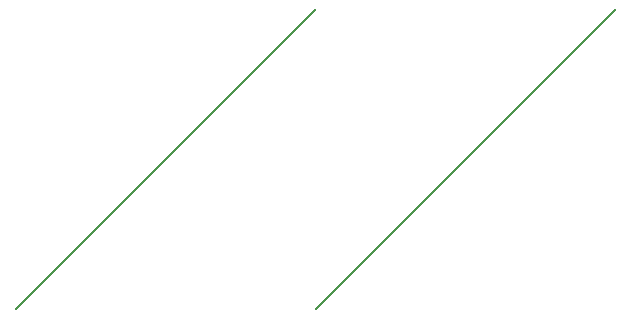
<source format=gbr>
G04 Kicad Test File*
%FSLAX46Y46*%
%MOMM*%
%ADD10C,0.150000*%
G01*
D10*
X0Y0D02*
X25400000Y25400000D01*
X25400000Y0D02*
X50800000Y25400000D01*
M02*
</source>
